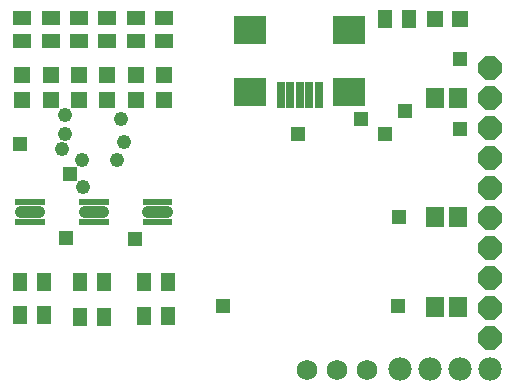
<source format=gts>
G75*
%MOIN*%
%OFA0B0*%
%FSLAX25Y25*%
%IPPOS*%
%LPD*%
%AMOC8*
5,1,8,0,0,1.08239X$1,22.5*
%
%ADD10R,0.05918X0.06706*%
%ADD11C,0.07800*%
%ADD12C,0.06800*%
%ADD13R,0.05524X0.05524*%
%ADD14R,0.05131X0.06312*%
%ADD15R,0.06312X0.05131*%
%ADD16OC8,0.07800*%
%ADD17R,0.01981X0.02178*%
%ADD18C,0.04107*%
%ADD19R,0.10643X0.09461*%
%ADD20R,0.02769X0.08674*%
%ADD21R,0.04762X0.04762*%
%ADD22C,0.04762*%
D10*
X0149228Y0032890D03*
X0156709Y0032890D03*
X0156709Y0062811D03*
X0149228Y0062811D03*
X0149228Y0102575D03*
X0156709Y0102575D03*
D11*
X0157476Y0012289D03*
X0147476Y0012289D03*
X0137476Y0012289D03*
X0167476Y0012289D03*
D12*
X0126463Y0012043D03*
X0116463Y0012043D03*
X0106463Y0012043D03*
D13*
X0058874Y0101984D03*
X0049425Y0101984D03*
X0039976Y0101984D03*
X0030528Y0101984D03*
X0030528Y0110252D03*
X0039976Y0110252D03*
X0049425Y0110252D03*
X0058874Y0110252D03*
X0021079Y0110252D03*
X0011630Y0110252D03*
X0011630Y0101984D03*
X0021079Y0101984D03*
X0149228Y0128953D03*
X0157496Y0128953D03*
D14*
X0010843Y0030134D03*
X0018717Y0030134D03*
X0030921Y0029740D03*
X0038795Y0029740D03*
X0038795Y0041157D03*
X0030921Y0041157D03*
X0018717Y0041157D03*
X0010843Y0041157D03*
X0052181Y0041157D03*
X0060055Y0041157D03*
X0060055Y0029937D03*
X0052181Y0029937D03*
X0132496Y0128953D03*
X0140370Y0128953D03*
D15*
X0058874Y0129346D03*
X0049425Y0129346D03*
X0039976Y0129346D03*
X0030528Y0129346D03*
X0030528Y0121472D03*
X0039976Y0121472D03*
X0049425Y0121472D03*
X0058874Y0121472D03*
X0021079Y0121472D03*
X0011630Y0121472D03*
X0011630Y0129346D03*
X0021079Y0129346D03*
D16*
X0167496Y0112654D03*
X0167496Y0102654D03*
X0167496Y0092654D03*
X0167496Y0082654D03*
X0167496Y0072654D03*
X0167496Y0062654D03*
X0167496Y0052654D03*
X0167496Y0042654D03*
X0167496Y0032654D03*
X0167496Y0022654D03*
D17*
X0060646Y0061138D03*
X0058677Y0061138D03*
X0056709Y0061138D03*
X0054740Y0061138D03*
X0052772Y0061138D03*
X0052772Y0068028D03*
X0054740Y0068028D03*
X0056709Y0068028D03*
X0058677Y0068028D03*
X0060646Y0068028D03*
X0039386Y0068028D03*
X0037417Y0068028D03*
X0035449Y0068028D03*
X0033480Y0068028D03*
X0031512Y0068028D03*
X0031512Y0061138D03*
X0033480Y0061138D03*
X0035449Y0061138D03*
X0037417Y0061138D03*
X0039386Y0061138D03*
X0018126Y0061138D03*
X0016157Y0061138D03*
X0014189Y0061138D03*
X0012220Y0061138D03*
X0010252Y0061138D03*
X0010252Y0068028D03*
X0012220Y0068028D03*
X0014189Y0068028D03*
X0016157Y0068028D03*
X0018126Y0068028D03*
D18*
X0017260Y0064583D02*
X0017260Y0064583D01*
X0011118Y0064583D01*
X0011118Y0064583D01*
X0017260Y0064583D01*
X0038520Y0064583D02*
X0038520Y0064583D01*
X0032378Y0064583D01*
X0032378Y0064583D01*
X0038520Y0064583D01*
X0059780Y0064583D02*
X0059780Y0064583D01*
X0053638Y0064583D01*
X0053638Y0064583D01*
X0059780Y0064583D01*
D19*
X0087614Y0104543D03*
X0087614Y0125409D03*
X0120685Y0125409D03*
X0120685Y0104543D03*
D20*
X0110449Y0103559D03*
X0107299Y0103559D03*
X0104150Y0103559D03*
X0101000Y0103559D03*
X0097850Y0103559D03*
D21*
X0103510Y0090518D03*
X0124376Y0095537D03*
X0132594Y0090715D03*
X0139140Y0098392D03*
X0157447Y0092388D03*
X0157447Y0115764D03*
X0137319Y0063008D03*
X0136827Y0033234D03*
X0078411Y0033234D03*
X0049130Y0055724D03*
X0026098Y0055970D03*
X0027624Y0077427D03*
X0010990Y0087171D03*
D22*
X0024770Y0085793D03*
X0025951Y0090665D03*
X0025951Y0096915D03*
X0044504Y0095783D03*
X0045685Y0087860D03*
X0043077Y0081807D03*
X0031659Y0081807D03*
X0031906Y0072949D03*
M02*

</source>
